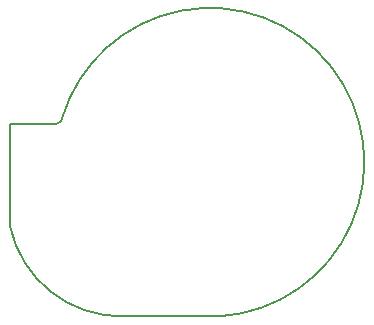
<source format=gbr>
G04 #@! TF.FileFunction,Profile,NP*
%FSLAX46Y46*%
G04 Gerber Fmt 4.6, Leading zero omitted, Abs format (unit mm)*
G04 Created by KiCad (PCBNEW 4.0.1-stable) date 2019/04/06 0:17:03*
%MOMM*%
G01*
G04 APERTURE LIST*
%ADD10C,0.100000*%
%ADD11C,0.150000*%
G04 APERTURE END LIST*
D10*
D11*
X146775000Y-110450000D02*
X146750000Y-101750000D01*
X146773580Y-110450312D02*
G75*
G03X156400000Y-118050000I9451420J2075312D01*
G01*
X156400000Y-118050000D02*
X164600000Y-118030000D01*
X150690000Y-101740000D02*
G75*
G03X151200000Y-101210000I-10000J520000D01*
G01*
X146750000Y-101750000D02*
X150690000Y-101740000D01*
X164602329Y-118033641D02*
G75*
G03X151200000Y-101200000I-902329J13033641D01*
G01*
M02*

</source>
